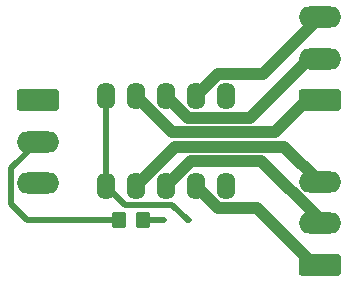
<source format=gbr>
%TF.GenerationSoftware,KiCad,Pcbnew,8.0.2*%
%TF.CreationDate,2024-07-29T23:59:12+02:00*%
%TF.ProjectId,latchingRelay,6c617463-6869-46e6-9752-656c61792e6b,rev?*%
%TF.SameCoordinates,Original*%
%TF.FileFunction,Copper,L1,Top*%
%TF.FilePolarity,Positive*%
%FSLAX46Y46*%
G04 Gerber Fmt 4.6, Leading zero omitted, Abs format (unit mm)*
G04 Created by KiCad (PCBNEW 8.0.2) date 2024-07-29 23:59:12*
%MOMM*%
%LPD*%
G01*
G04 APERTURE LIST*
G04 Aperture macros list*
%AMRoundRect*
0 Rectangle with rounded corners*
0 $1 Rounding radius*
0 $2 $3 $4 $5 $6 $7 $8 $9 X,Y pos of 4 corners*
0 Add a 4 corners polygon primitive as box body*
4,1,4,$2,$3,$4,$5,$6,$7,$8,$9,$2,$3,0*
0 Add four circle primitives for the rounded corners*
1,1,$1+$1,$2,$3*
1,1,$1+$1,$4,$5*
1,1,$1+$1,$6,$7*
1,1,$1+$1,$8,$9*
0 Add four rect primitives between the rounded corners*
20,1,$1+$1,$2,$3,$4,$5,0*
20,1,$1+$1,$4,$5,$6,$7,0*
20,1,$1+$1,$6,$7,$8,$9,0*
20,1,$1+$1,$8,$9,$2,$3,0*%
G04 Aperture macros list end*
%TA.AperFunction,ComponentPad*%
%ADD10RoundRect,0.250000X1.550000X-0.650000X1.550000X0.650000X-1.550000X0.650000X-1.550000X-0.650000X0*%
%TD*%
%TA.AperFunction,ComponentPad*%
%ADD11O,3.600000X1.800000*%
%TD*%
%TA.AperFunction,SMDPad,CuDef*%
%ADD12RoundRect,0.250000X0.350000X0.450000X-0.350000X0.450000X-0.350000X-0.450000X0.350000X-0.450000X0*%
%TD*%
%TA.AperFunction,SMDPad,CuDef*%
%ADD13RoundRect,0.112500X0.187500X0.112500X-0.187500X0.112500X-0.187500X-0.112500X0.187500X-0.112500X0*%
%TD*%
%TA.AperFunction,ComponentPad*%
%ADD14RoundRect,0.250000X-1.550000X0.650000X-1.550000X-0.650000X1.550000X-0.650000X1.550000X0.650000X0*%
%TD*%
%TA.AperFunction,ComponentPad*%
%ADD15O,1.600000X2.300000*%
%TD*%
%TA.AperFunction,Conductor*%
%ADD16C,0.500000*%
%TD*%
%TA.AperFunction,Conductor*%
%ADD17C,1.000000*%
%TD*%
G04 APERTURE END LIST*
D10*
%TO.P,J102,1,Pin_1*%
%TO.N,Net-(J102-Pin_1)*%
X159000000Y-99000000D03*
D11*
%TO.P,J102,2,Pin_2*%
%TO.N,Net-(J102-Pin_2)*%
X159000000Y-95500000D03*
%TO.P,J102,3,Pin_3*%
%TO.N,Net-(J102-Pin_3)*%
X159000000Y-92000000D03*
%TD*%
D12*
%TO.P,R101,1*%
%TO.N,Net-(D101-A)*%
X144002000Y-95250000D03*
%TO.P,R101,2*%
%TO.N,Net-(J101-Pin_2)*%
X142002000Y-95250000D03*
%TD*%
D13*
%TO.P,D101,1,K*%
%TO.N,Net-(D101-K)*%
X147862000Y-95250000D03*
%TO.P,D101,2,A*%
%TO.N,Net-(D101-A)*%
X145762000Y-95250000D03*
%TD*%
D10*
%TO.P,J103,1,Pin_1*%
%TO.N,Net-(J103-Pin_1)*%
X159000000Y-85055000D03*
D11*
%TO.P,J103,2,Pin_2*%
%TO.N,Net-(J103-Pin_2)*%
X159000000Y-81555000D03*
%TO.P,J103,3,Pin_3*%
%TO.N,Net-(J103-Pin_3)*%
X159000000Y-78055000D03*
%TD*%
D14*
%TO.P,J101,1,Pin_1*%
%TO.N,Net-(J101-Pin_1)*%
X135139500Y-85074000D03*
D11*
%TO.P,J101,2,Pin_2*%
%TO.N,Net-(J101-Pin_2)*%
X135139500Y-88574000D03*
%TO.P,J101,3,Pin_3*%
%TO.N,Net-(J101-Pin_3)*%
X135139500Y-92074000D03*
%TD*%
D15*
%TO.P,K101,1*%
%TO.N,Net-(D101-K)*%
X140925000Y-92325000D03*
%TO.P,K101,2*%
%TO.N,Net-(J102-Pin_3)*%
X143465000Y-92325000D03*
%TO.P,K101,3*%
%TO.N,Net-(J102-Pin_2)*%
X146005000Y-92325000D03*
%TO.P,K101,4*%
%TO.N,Net-(J102-Pin_1)*%
X148545000Y-92325000D03*
%TO.P,K101,5*%
%TO.N,Net-(J101-Pin_3)*%
X151085000Y-92325000D03*
%TO.P,K101,6*%
%TO.N,Net-(J101-Pin_1)*%
X151085000Y-84705000D03*
%TO.P,K101,7*%
%TO.N,Net-(J103-Pin_3)*%
X148545000Y-84705000D03*
%TO.P,K101,8*%
%TO.N,Net-(J103-Pin_2)*%
X146005000Y-84705000D03*
%TO.P,K101,9*%
%TO.N,Net-(J103-Pin_1)*%
X143465000Y-84705000D03*
%TO.P,K101,10*%
%TO.N,Net-(D101-K)*%
X140925000Y-84705000D03*
%TD*%
D16*
%TO.N,Net-(D101-A)*%
X145762000Y-95250000D02*
X144002000Y-95250000D01*
%TO.N,Net-(D101-K)*%
X140925000Y-92325000D02*
X140925000Y-84705000D01*
X140925000Y-92425000D02*
X140925000Y-92325000D01*
X142525000Y-93925000D02*
X146537000Y-93925000D01*
X146537000Y-93925000D02*
X147862000Y-95250000D01*
X140925000Y-92325000D02*
X142525000Y-93925000D01*
%TO.N,Net-(J101-Pin_2)*%
X132889500Y-93889500D02*
X132889500Y-90824000D01*
X142002000Y-95250000D02*
X134250000Y-95250000D01*
X134250000Y-95250000D02*
X133292000Y-94292000D01*
X132889500Y-90824000D02*
X135139500Y-88574000D01*
X133292000Y-94292000D02*
X132889500Y-93889500D01*
D17*
%TO.N,Net-(J102-Pin_2)*%
X148130000Y-90200000D02*
X154037258Y-90200000D01*
X154037258Y-90200000D02*
X159000000Y-95162742D01*
X159000000Y-95162742D02*
X159000000Y-95500000D01*
X146005000Y-92325000D02*
X148130000Y-90200000D01*
%TO.N,Net-(J102-Pin_1)*%
X148545000Y-92325000D02*
X150395000Y-94175000D01*
X153675000Y-94175000D02*
X158500000Y-99000000D01*
X158500000Y-99000000D02*
X159000000Y-99000000D01*
X150395000Y-94175000D02*
X153675000Y-94175000D01*
%TO.N,Net-(J102-Pin_3)*%
X156000000Y-89000000D02*
X146790000Y-89000000D01*
X146790000Y-89000000D02*
X143465000Y-92325000D01*
X159000000Y-92000000D02*
X156000000Y-89000000D01*
%TO.N,Net-(J103-Pin_3)*%
X148545000Y-84705000D02*
X150395000Y-82855000D01*
X150395000Y-82855000D02*
X154200000Y-82855000D01*
X154200000Y-82855000D02*
X159000000Y-78055000D01*
%TO.N,Net-(J103-Pin_2)*%
X159000000Y-81555000D02*
X158100000Y-81555000D01*
X153100000Y-86555000D02*
X147855000Y-86555000D01*
X147855000Y-86555000D02*
X146005000Y-84705000D01*
X158100000Y-81555000D02*
X153100000Y-86555000D01*
%TO.N,Net-(J103-Pin_1)*%
X155245000Y-87755000D02*
X157945000Y-85055000D01*
X146515000Y-87755000D02*
X155245000Y-87755000D01*
X157945000Y-85055000D02*
X159000000Y-85055000D01*
X143465000Y-84705000D02*
X146515000Y-87755000D01*
%TD*%
M02*

</source>
